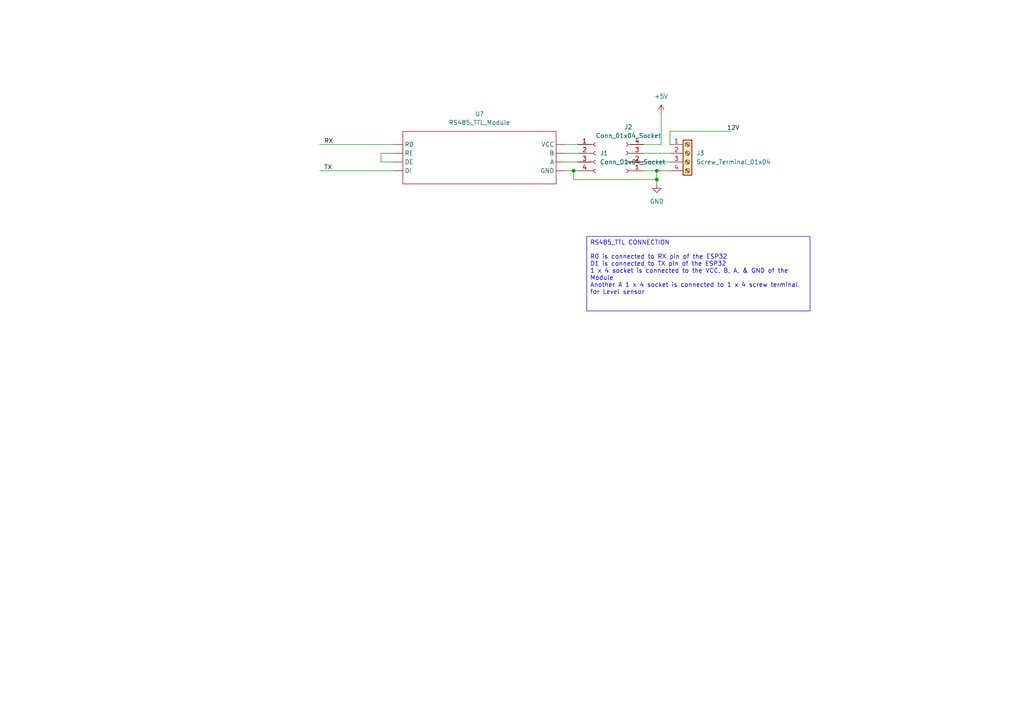
<source format=kicad_sch>
(kicad_sch (version 20250114) (generator "eeschema") (generator_version "9.0")
  (paper "A4")
  (lib_symbols
    (symbol "Connector:Conn_01x04_Socket" (pin_names (offset 1.016) (hide yes))
      (property "Reference" "J" (at 0 5.08 0))
      (property "Value" "Conn_01x04_Socket" (at 0 -7.62 0))
      (symbol "Conn_01x04_Socket_1_1"
        (polyline (pts (xy -1.27 2.54) (xy -0.508 2.54)) (stroke (width 0.1524)))
        (polyline (pts (xy -1.27 0) (xy -0.508 0)) (stroke (width 0.1524)))
        (polyline (pts (xy -1.27 -2.54) (xy -0.508 -2.54)) (stroke (width 0.1524)))
        (polyline (pts (xy -1.27 -5.08) (xy -0.508 -5.08)) (stroke (width 0.1524)))
        (arc (start 0 2.032) (mid -0.5058 2.54) (end 0 3.048) (stroke (width 0.1524)))
        (arc (start 0 -0.508) (mid -0.5058 0) (end 0 0.508) (stroke (width 0.1524)))
        (arc (start 0 -3.048) (mid -0.5058 -2.54) (end 0 -2.032) (stroke (width 0.1524)))
        (arc (start 0 -5.588) (mid -0.5058 -5.08) (end 0 -4.572) (stroke (width 0.1524)))
        (pin passive line (at -5.08 2.54 0) (length 3.81) (name "Pin_1") (number "1"))
        (pin passive line (at -5.08 0 0) (length 3.81) (name "Pin_2") (number "2"))
        (pin passive line (at -5.08 -2.54 0) (length 3.81) (name "Pin_3") (number "3"))
        (pin passive line (at -5.08 -5.08 0) (length 3.81) (name "Pin_4") (number "4"))
      )
    )
    (symbol "Connector:Screw_Terminal_01x04" (pin_names (offset 1.016) (hide yes))
      (property "Reference" "J" (at 0 5.08 0))
      (property "Value" "Screw_Terminal_01x04" (at 0 -7.62 0))
      (symbol "Screw_Terminal_01x04_1_1"
        (rectangle (start -1.27 3.81) (end 1.27 -6.35) (stroke (width 0.254)) (fill (type background)))
        (polyline (pts (xy -0.5334 2.8702) (xy 0.3302 2.032)) (stroke (width 0.1524)))
        (polyline (pts (xy -0.5334 0.3302) (xy 0.3302 -0.508)) (stroke (width 0.1524)))
        (polyline (pts (xy -0.5334 -2.2098) (xy 0.3302 -3.048)) (stroke (width 0.1524)))
        (polyline (pts (xy -0.5334 -4.7498) (xy 0.3302 -5.588)) (stroke (width 0.1524)))
        (polyline (pts (xy -0.3556 3.048) (xy 0.508 2.2098)) (stroke (width 0.1524)))
        (polyline (pts (xy -0.3556 0.508) (xy 0.508 -0.3302)) (stroke (width 0.1524)))
        (polyline (pts (xy -0.3556 -2.032) (xy 0.508 -2.8702)) (stroke (width 0.1524)))
        (polyline (pts (xy -0.3556 -4.572) (xy 0.508 -5.4102)) (stroke (width 0.1524)))
        (circle (center 0 2.54) (radius 0.635) (stroke (width 0.1524)))
        (circle (center 0 0) (radius 0.635) (stroke (width 0.1524)))
        (circle (center 0 -2.54) (radius 0.635) (stroke (width 0.1524)))
        (circle (center 0 -5.08) (radius 0.635) (stroke (width 0.1524)))
        (pin passive line (at -5.08 2.54 0) (length 3.81) (name "Pin_1") (number "1"))
        (pin passive line (at -5.08 0 0) (length 3.81) (name "Pin_2") (number "2"))
        (pin passive line (at -5.08 -2.54 0) (length 3.81) (name "Pin_3") (number "3"))
        (pin passive line (at -5.08 -5.08 0) (length 3.81) (name "Pin_4") (number "4"))
      )
    )
    (symbol "power:+5V" (power) (pin_numbers (hide yes)) (pin_names (offset 0) (hide yes))
      (property "Value" "+5V" (at 0 3.556 0))
      (symbol "+5V_0_1"
        (polyline (pts (xy -0.762 1.27) (xy 0 2.54)))
        (polyline (pts (xy 0 2.54) (xy 0.762 1.27)))
        (polyline (pts (xy 0 0) (xy 0 2.54)))
      )
      (symbol "+5V_1_1"
        (pin power_in line (at 0 0 90) (length 0) (name "~") (number "1"))
      )
    )
    (symbol "power:GND" (power) (pin_numbers (hide yes)) (pin_names (offset 0) (hide yes))
      (property "Value" "GND" (at 0 -3.81 0))
      (symbol "GND_0_1"
        (polyline (pts (xy 0 0) (xy 0 -1.27) (xy 1.27 -1.27) (xy 0 -2.54) (xy -1.27 -1.27) (xy 0 -1.27)))
      )
      (symbol "GND_1_1"
        (pin power_in line (at 0 0 270) (length 0) (name "~") (number "1"))
      )
    )
    (symbol "rs485_ttl_sym:rs485_ttl_sm"
      (property "Reference" "U" (at 0.254 -1.27 0))
      (symbol "rs485_ttl_sm_0_1"
        (rectangle (start 0 15.24) (end 44.45 0))
      )
      (symbol "rs485_ttl_sm_1_1"
        (pin bidirectional line (at -2.54 11.43 0) (length 2.54) (name "R0") (number ""))
        (pin bidirectional line (at -2.54 8.89 0) (length 2.54) (name "RE") (number ""))
        (pin bidirectional line (at -2.54 6.35 0) (length 2.54) (name "DE") (number ""))
        (pin bidirectional line (at -2.54 3.81 0) (length 2.54) (name "DI") (number ""))
        (pin power_in line (at 46.99 11.43 180) (length 2.54) (name "VCC") (number ""))
        (pin bidirectional line (at 46.99 8.89 180) (length 2.54) (name "B") (number ""))
        (pin bidirectional line (at 46.99 6.35 180) (length 2.54) (name "A") (number ""))
        (pin power_in line (at 46.99 3.81 180) (length 2.54) (name "GND") (number ""))
      )
    )
  )
  (text_box "RS485_TTL CONNECTION\n\nR0 is connected to RX pin of the ESP32\nD1 is connected to TX pin of the ESP32\n1 x 4 socket is connected to the VCC, B, A, & GND of the Module\nAnother A 1 x 4 socket is connected to 1 x 4 screw terminal for Level sensor " (at 170.18 68.58 0) (size 64.77 21.59) (margins 0.9525 0.9525 0.9525 0.9525) (effects (font (size 1.27 1.27)) (justify left top)))
  (junction (at 190.5 52.07))
  (junction (at 166.37 49.53))
  (junction (at 190.5 49.53))
  (wire (pts (xy 114.3 44.45) (xy 110.49 44.45)))
  (wire (pts (xy 186.69 49.53) (xy 190.5 49.53)))
  (wire (pts (xy 166.37 52.07) (xy 190.5 52.07)))
  (wire (pts (xy 194.31 38.1) (xy 212.09 38.1)))
  (wire (pts (xy 186.69 44.45) (xy 194.31 44.45)))
  (wire (pts (xy 166.37 49.53) (xy 166.37 52.07)))
  (wire (pts (xy 163.83 41.91) (xy 167.64 41.91)))
  (wire (pts (xy 166.37 49.53) (xy 167.64 49.53)))
  (wire (pts (xy 190.5 52.07) (xy 190.5 53.34)))
  (wire (pts (xy 190.5 49.53) (xy 190.5 52.07)))
  (wire (pts (xy 163.83 44.45) (xy 167.64 44.45)))
  (wire (pts (xy 110.49 46.99) (xy 114.3 46.99)))
  (wire (pts (xy 92.71 41.91) (xy 114.3 41.91)))
  (wire (pts (xy 92.71 49.53) (xy 114.3 49.53)))
  (wire (pts (xy 191.77 41.91) (xy 191.77 33.02)))
  (wire (pts (xy 163.83 46.99) (xy 167.64 46.99)))
  (wire (pts (xy 190.5 49.53) (xy 194.31 49.53)))
  (wire (pts (xy 163.83 49.53) (xy 166.37 49.53)))
  (wire (pts (xy 194.31 41.91) (xy 194.31 38.1)))
  (wire (pts (xy 186.69 46.99) (xy 194.31 46.99)))
  (wire (pts (xy 186.69 41.91) (xy 191.77 41.91)))
  (wire (pts (xy 110.49 44.45) (xy 110.49 46.99)))
  (label "12V" (at 210.82 38.1 0))
  (label "RX" (at 93.98 41.91 0))
  (label "TX" (at 93.98 49.53 0))
  (symbol (lib_id "Connector:Conn_01x04_Socket") (at 172.72 44.45 0) (unit 1)
    (property "Reference" "J1" (at 173.99 44.4499 0) (effects (justify left)))
    (property "Value" "Conn_01x04_Socket" (at 173.99 46.9899 0) (effects (justify left)))
    (property "Description" "Generic connector, single row, 01x04, script generated" (effects (hide yes)))
  )
  (symbol (lib_id "power:GND") (at 190.5 53.34 0) (unit 1)
    (property "Reference" "#PWR04" (effects (hide yes)))
    (property "Value" "GND" (at 190.5 58.42 0))
    (property "Description" "Power symbol creates a global label with name \"GND\" , ground" (effects (hide yes)))
  )
  (symbol (lib_id "rs485_ttl_sym:rs485_ttl_sm") (at 116.84 53.34 0) (unit 1)
    (property "Reference" "U?" (at 139.065 33.02 0))
    (property "Value" "RS485_TTL_Module" (at 139.065 35.56 0))
  )
  (symbol (lib_id "power:+5V") (at 191.77 33.02 0) (unit 1)
    (property "Reference" "#PWR05" (effects (hide yes)))
    (property "Value" "+5V" (at 191.77 27.94 0))
    (property "Description" "Power symbol creates a global label with name \"+5V\"" (effects (hide yes)))
  )
  (symbol (lib_id "Connector:Conn_01x04_Socket") (at 181.61 46.99 180) (unit 1)
    (property "Reference" "J2" (at 182.245 36.83 0))
    (property "Value" "Conn_01x04_Socket" (at 182.245 39.37 0))
    (property "Description" "Generic connector, single row, 01x04, script generated" (effects (hide yes)))
  )
  (symbol (lib_id "Connector:Screw_Terminal_01x04") (at 199.39 44.45 0) (unit 1)
    (property "Reference" "J3" (at 201.93 44.4499 0) (effects (justify left)))
    (property "Value" "Screw_Terminal_01x04" (at 201.93 46.9899 0) (effects (justify left)))
    (property "Description" "Generic screw terminal, single row, 01x04, script generated (kicad-library-utils/schlib/autogen/connector/)" (effects (hide yes)))
  )
)
</source>
